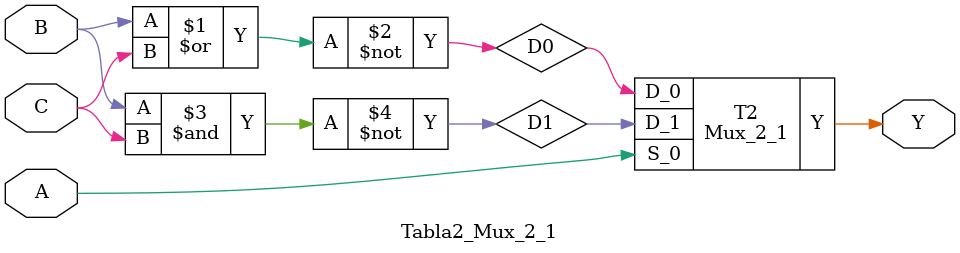
<source format=v>
module Mux_2_1(input wire D_0, D_1, S_0, output wire Y);
	
	assign Y = S_0? D_1:D_0;
	
endmodule

module Mux_4_1(input wire D_0, D_1, D_2, D_3, S_0, S_1, output wire Y);

	wire Y1,Y2;
	
	Mux_2_1 D0(D_0, D_1, S_0, Y1);
	Mux_2_1 D1(D_2, D_3, S_0, Y2);
	Mux_2_1 Out(Y1, Y2, S_1, Y);

endmodule

module Mux_8_1(input wire D_0, D_1, D_2, D_3, D_4, D_5, D_6, D_7, S_0, S_1, S_2, output wire Y);
	
	wire Y1,Y2,Y3,Y4;
	
	Mux_2_1 D0(D_0, D_1, S_0, Y1);
	Mux_2_1 D1(D_2, D_3, S_0, Y2);
	Mux_2_1 D2(D_4, D_5, S_0, Y3);
	Mux_2_1 D3(D_6, D_7, S_0, Y4);
	Mux_4_1 Out(Y1, Y2, Y3, Y4, S_1, S_2, Y);

endmodule

module Tablal_Mux_8_1(input wire D_0, D_1, D_2, D_3, D_4, D_5, D_6, D_7, A, B, C, output wire Y);

	Mux_8_1 T1(D_0, D_1, D_2, D_3, D_4, D_5, D_6, D_7, C, B, A, Y);
 
endmodule

module Tabla2_Mux_8_1(input wire D_0, D_1, D_2, D_3, D_4, D_5, D_6, D_7, A, B, C, output wire Y);

	Mux_8_1 T2(D_0, D_1, D_2, D_3, D_4, D_5, D_6, D_7, C, B, A, Y);
 
endmodule

module Tablal_Mux_4_1(input wire A, B, C, output wire Y);

	wire NC;
	not (NC, C);
	Mux_4_1 T1(C, NC, NC, C, B, A, Y);
 
endmodule

module Tabla2_Mux_4_1(input wire DG, A, B, C, output wire Y);

	wire NC;
	not (NC, C);
	Mux_4_1 T2(NC, DG, C, NC, B, A, Y);
 
endmodule

module Tablal_Mux_2_1(input wire A, B, C, output wire Y);

	wire D0, D1;
	xor (D0, B, C);
	not (D1, D0);
	Mux_2_1 T1(D0, D1, A, Y);
 
endmodule

module Tabla2_Mux_2_1(input wire A, B, C, output wire Y);

	wire D0, D1;
	nor (D0, B, C);
	nand (D1, B, C);
	Mux_2_1 T2(D0, D1, A, Y);
 
endmodule
</source>
